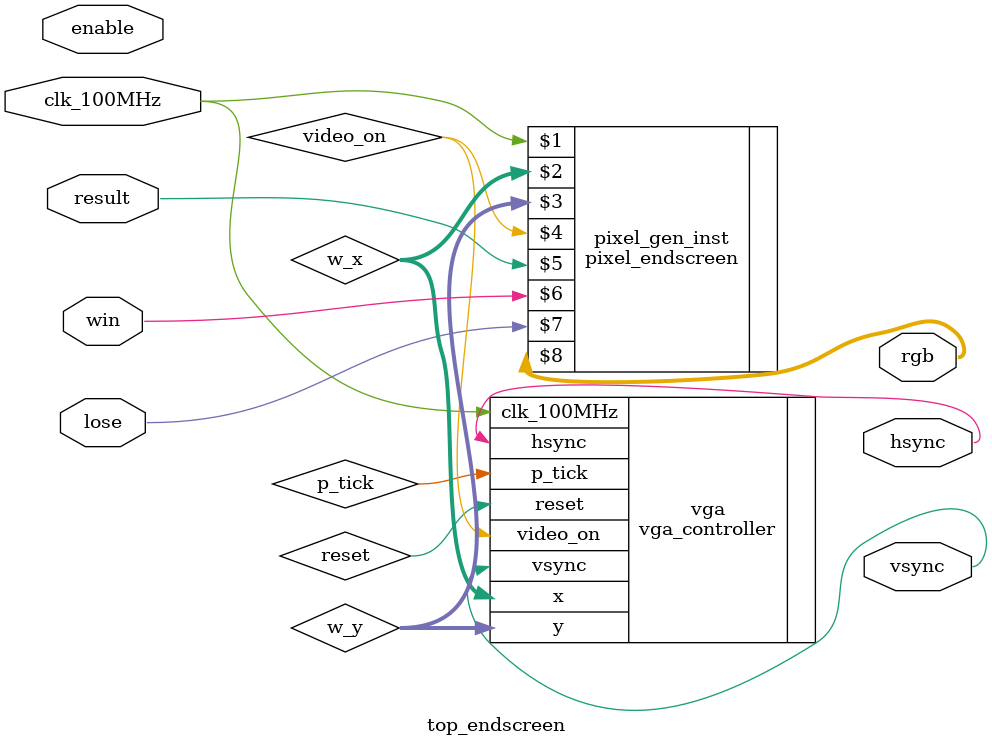
<source format=v>
module top_endscreen(
    input clk_100MHz,
    input enable,
    input result,
//    input home,
    input win, 
    input lose,
    output [11:0] rgb, 
    output hsync,
    output vsync
);



wire [9:0] w_x, w_y;
wire video_on, p_tick;


vga_controller vga(
    .clk_100MHz(clk_100MHz),
    .reset(reset),
    .video_on(video_on),
    .hsync(hsync),
    .vsync(vsync),
    .p_tick(p_tick),
    .x(w_x),
    .y(w_y)
    );



pixel_endscreen pixel_gen_inst(clk_100MHz, w_x, w_y, video_on, result, win, lose, rgb);


endmodule

</source>
